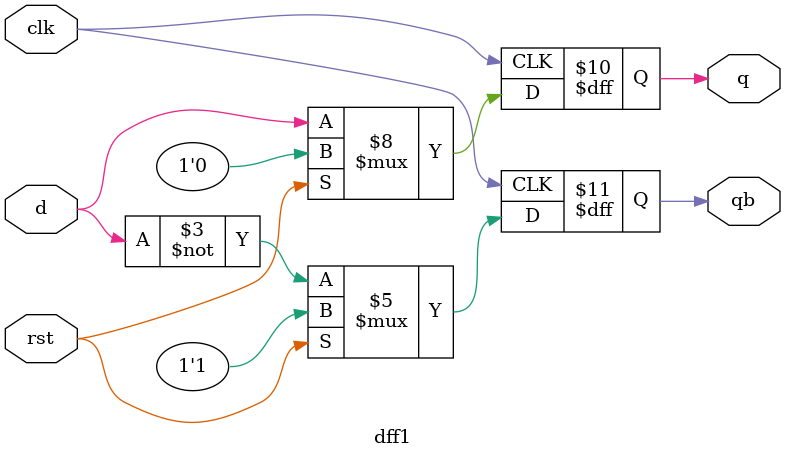
<source format=v>
`timescale 1ns / 1ps


module dff1(
    input d,
    input rst,
    input clk,
    output reg q,
    output reg qb
    );
    always@(posedge clk)
    begin
    if(rst==1'b1)
    begin
    q=1'b0; 
    qb=1'b1;
    end  
    else
    begin
    q=d; 
    qb=~q;
    end
    end
endmodule

</source>
